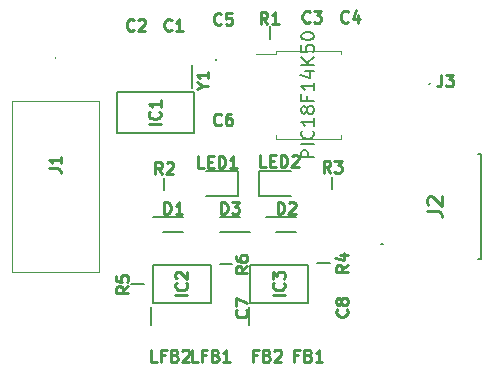
<source format=gbr>
%TF.GenerationSoftware,KiCad,Pcbnew,(5.1.12-1-g0a0a2da680)-1*%
%TF.CreationDate,2022-10-27T20:06:52+02:00*%
%TF.ProjectId,ThermoDeviceLogger,54686572-6d6f-4446-9576-6963654c6f67,rev?*%
%TF.SameCoordinates,Original*%
%TF.FileFunction,Legend,Top*%
%TF.FilePolarity,Positive*%
%FSLAX46Y46*%
G04 Gerber Fmt 4.6, Leading zero omitted, Abs format (unit mm)*
G04 Created by KiCad (PCBNEW (5.1.12-1-g0a0a2da680)-1) date 2022-10-27 20:06:52*
%MOMM*%
%LPD*%
G01*
G04 APERTURE LIST*
%ADD10C,0.200000*%
%ADD11C,0.100000*%
%ADD12C,0.120000*%
%ADD13C,0.254000*%
%ADD14C,0.250000*%
%ADD15C,0.150000*%
G04 APERTURE END LIST*
D10*
%TO.C,J2*%
X124850000Y-64730000D02*
X124600000Y-64730000D01*
X124850000Y-73670000D02*
X124850000Y-64730000D01*
X124600000Y-73670000D02*
X124850000Y-73670000D01*
X116400000Y-72400000D02*
X116400000Y-72400000D01*
X116500000Y-72400000D02*
X116500000Y-72400000D01*
X116400000Y-72400000D02*
X116400000Y-72400000D01*
X116500000Y-72400000D02*
G75*
G02*
X116400000Y-72400000I-50000J0D01*
G01*
X116400000Y-72400000D02*
G75*
G02*
X116500000Y-72400000I50000J0D01*
G01*
X116500000Y-72400000D02*
G75*
G02*
X116400000Y-72400000I-50000J0D01*
G01*
%TO.C,D1*%
X97050000Y-70100000D02*
X99600000Y-70100000D01*
X97900000Y-71400000D02*
X99600000Y-71400000D01*
%TO.C,D2*%
X106638000Y-70100000D02*
X109188000Y-70100000D01*
X107488000Y-71400000D02*
X109188000Y-71400000D01*
%TO.C,D3*%
X105244000Y-71400000D02*
X102694000Y-71400000D01*
X104394000Y-70100000D02*
X102694000Y-70100000D01*
%TO.C,IC1*%
X100500000Y-59525000D02*
X100500000Y-62975000D01*
X100500000Y-62975000D02*
X94000000Y-62975000D01*
X94000000Y-62975000D02*
X94000000Y-59525000D01*
X94000000Y-59525000D02*
X100500000Y-59525000D01*
X100350000Y-57225000D02*
X100350000Y-59175000D01*
%TO.C,IC2*%
X97050000Y-77350000D02*
X97050000Y-74150000D01*
X97050000Y-74150000D02*
X101950000Y-74150000D01*
X101950000Y-74150000D02*
X101950000Y-77350000D01*
X101950000Y-77350000D02*
X97050000Y-77350000D01*
X96920000Y-79225000D02*
X96920000Y-77700000D01*
%TO.C,IC3*%
X105300000Y-77350000D02*
X105300000Y-74150000D01*
X105300000Y-74150000D02*
X110200000Y-74150000D01*
X110200000Y-74150000D02*
X110200000Y-77350000D01*
X110200000Y-77350000D02*
X105300000Y-77350000D01*
X105170000Y-79225000D02*
X105170000Y-77700000D01*
%TO.C,J3*%
X120490000Y-58821000D02*
G75*
G03*
X120490000Y-58821000I-63000J0D01*
G01*
D11*
%TO.C,J1*%
X92450000Y-60250000D02*
X92450000Y-74750000D01*
X92450000Y-74750000D02*
X85150000Y-74750000D01*
X85150000Y-74750000D02*
X85150000Y-60250000D01*
X85150000Y-60250000D02*
X92450000Y-60250000D01*
X88750000Y-56550000D02*
X88750000Y-56550000D01*
X88750000Y-56650000D02*
X88750000Y-56650000D01*
X88750000Y-56550000D02*
X88750000Y-56550000D01*
X88750000Y-56650000D02*
G75*
G02*
X88750000Y-56550000I0J50000D01*
G01*
X88750000Y-56550000D02*
G75*
G02*
X88750000Y-56650000I0J-50000D01*
G01*
X88750000Y-56650000D02*
G75*
G02*
X88750000Y-56550000I0J50000D01*
G01*
D10*
%TO.C,LED1*%
X101550000Y-68340000D02*
X104250000Y-68340000D01*
X104250000Y-68340000D02*
X104250000Y-66240000D01*
X104250000Y-66240000D02*
X101550000Y-66240000D01*
%TO.C,LED2*%
X108700000Y-66200000D02*
X106000000Y-66200000D01*
X106000000Y-66200000D02*
X106000000Y-68300000D01*
X106000000Y-68300000D02*
X108700000Y-68300000D01*
%TO.C,R1*%
X106950000Y-55025000D02*
X106950000Y-53975000D01*
%TO.C,R2*%
X98000000Y-67815000D02*
X98000000Y-66765000D01*
%TO.C,R3*%
X112250000Y-67775000D02*
X112250000Y-66725000D01*
%TO.C,R4*%
X110975000Y-74000000D02*
X112025000Y-74000000D01*
%TO.C,R5*%
X95225000Y-75750000D02*
X96275000Y-75750000D01*
%TO.C,R6*%
X102725000Y-74050000D02*
X103775000Y-74050000D01*
D11*
%TO.C,Y1*%
X102350000Y-56850000D02*
X102350000Y-56850000D01*
X102350000Y-56750000D02*
X102350000Y-56750000D01*
X102350000Y-56850000D02*
G75*
G02*
X102350000Y-56750000I0J50000D01*
G01*
X102350000Y-56750000D02*
G75*
G02*
X102350000Y-56850000I0J-50000D01*
G01*
D12*
%TO.C,U1*%
X110250000Y-63460000D02*
X113010000Y-63460000D01*
X113010000Y-63460000D02*
X113010000Y-63185000D01*
X110250000Y-63460000D02*
X107490000Y-63460000D01*
X107490000Y-63460000D02*
X107490000Y-63185000D01*
X110250000Y-56040000D02*
X113010000Y-56040000D01*
X113010000Y-56040000D02*
X113010000Y-56315000D01*
X110250000Y-56040000D02*
X107490000Y-56040000D01*
X107490000Y-56040000D02*
X107490000Y-56315000D01*
X107490000Y-56315000D02*
X105800000Y-56315000D01*
%TO.C,J2*%
D13*
X120254523Y-69623333D02*
X121161666Y-69623333D01*
X121343095Y-69683809D01*
X121464047Y-69804761D01*
X121524523Y-69986190D01*
X121524523Y-70107142D01*
X120375476Y-69079047D02*
X120315000Y-69018571D01*
X120254523Y-68897619D01*
X120254523Y-68595238D01*
X120315000Y-68474285D01*
X120375476Y-68413809D01*
X120496428Y-68353333D01*
X120617380Y-68353333D01*
X120798809Y-68413809D01*
X121524523Y-69139523D01*
X121524523Y-68353333D01*
%TO.C,C1*%
D14*
X98633333Y-54257142D02*
X98585714Y-54304761D01*
X98442857Y-54352380D01*
X98347619Y-54352380D01*
X98204761Y-54304761D01*
X98109523Y-54209523D01*
X98061904Y-54114285D01*
X98014285Y-53923809D01*
X98014285Y-53780952D01*
X98061904Y-53590476D01*
X98109523Y-53495238D01*
X98204761Y-53400000D01*
X98347619Y-53352380D01*
X98442857Y-53352380D01*
X98585714Y-53400000D01*
X98633333Y-53447619D01*
X99585714Y-54352380D02*
X99014285Y-54352380D01*
X99300000Y-54352380D02*
X99300000Y-53352380D01*
X99204761Y-53495238D01*
X99109523Y-53590476D01*
X99014285Y-53638095D01*
D13*
%TO.C,C2*%
D14*
X95433333Y-54257142D02*
X95385714Y-54304761D01*
X95242857Y-54352380D01*
X95147619Y-54352380D01*
X95004761Y-54304761D01*
X94909523Y-54209523D01*
X94861904Y-54114285D01*
X94814285Y-53923809D01*
X94814285Y-53780952D01*
X94861904Y-53590476D01*
X94909523Y-53495238D01*
X95004761Y-53400000D01*
X95147619Y-53352380D01*
X95242857Y-53352380D01*
X95385714Y-53400000D01*
X95433333Y-53447619D01*
X95814285Y-53447619D02*
X95861904Y-53400000D01*
X95957142Y-53352380D01*
X96195238Y-53352380D01*
X96290476Y-53400000D01*
X96338095Y-53447619D01*
X96385714Y-53542857D01*
X96385714Y-53638095D01*
X96338095Y-53780952D01*
X95766666Y-54352380D01*
X96385714Y-54352380D01*
D13*
%TO.C,C3*%
D14*
X110333333Y-53557142D02*
X110285714Y-53604761D01*
X110142857Y-53652380D01*
X110047619Y-53652380D01*
X109904761Y-53604761D01*
X109809523Y-53509523D01*
X109761904Y-53414285D01*
X109714285Y-53223809D01*
X109714285Y-53080952D01*
X109761904Y-52890476D01*
X109809523Y-52795238D01*
X109904761Y-52700000D01*
X110047619Y-52652380D01*
X110142857Y-52652380D01*
X110285714Y-52700000D01*
X110333333Y-52747619D01*
X110666666Y-52652380D02*
X111285714Y-52652380D01*
X110952380Y-53033333D01*
X111095238Y-53033333D01*
X111190476Y-53080952D01*
X111238095Y-53128571D01*
X111285714Y-53223809D01*
X111285714Y-53461904D01*
X111238095Y-53557142D01*
X111190476Y-53604761D01*
X111095238Y-53652380D01*
X110809523Y-53652380D01*
X110714285Y-53604761D01*
X110666666Y-53557142D01*
D13*
%TO.C,C4*%
D14*
X113583333Y-53557142D02*
X113535714Y-53604761D01*
X113392857Y-53652380D01*
X113297619Y-53652380D01*
X113154761Y-53604761D01*
X113059523Y-53509523D01*
X113011904Y-53414285D01*
X112964285Y-53223809D01*
X112964285Y-53080952D01*
X113011904Y-52890476D01*
X113059523Y-52795238D01*
X113154761Y-52700000D01*
X113297619Y-52652380D01*
X113392857Y-52652380D01*
X113535714Y-52700000D01*
X113583333Y-52747619D01*
X114440476Y-52985714D02*
X114440476Y-53652380D01*
X114202380Y-52604761D02*
X113964285Y-53319047D01*
X114583333Y-53319047D01*
D13*
%TO.C,C5*%
D14*
X102833333Y-53757142D02*
X102785714Y-53804761D01*
X102642857Y-53852380D01*
X102547619Y-53852380D01*
X102404761Y-53804761D01*
X102309523Y-53709523D01*
X102261904Y-53614285D01*
X102214285Y-53423809D01*
X102214285Y-53280952D01*
X102261904Y-53090476D01*
X102309523Y-52995238D01*
X102404761Y-52900000D01*
X102547619Y-52852380D01*
X102642857Y-52852380D01*
X102785714Y-52900000D01*
X102833333Y-52947619D01*
X103738095Y-52852380D02*
X103261904Y-52852380D01*
X103214285Y-53328571D01*
X103261904Y-53280952D01*
X103357142Y-53233333D01*
X103595238Y-53233333D01*
X103690476Y-53280952D01*
X103738095Y-53328571D01*
X103785714Y-53423809D01*
X103785714Y-53661904D01*
X103738095Y-53757142D01*
X103690476Y-53804761D01*
X103595238Y-53852380D01*
X103357142Y-53852380D01*
X103261904Y-53804761D01*
X103214285Y-53757142D01*
D13*
%TO.C,C6*%
D14*
X102833333Y-62257142D02*
X102785714Y-62304761D01*
X102642857Y-62352380D01*
X102547619Y-62352380D01*
X102404761Y-62304761D01*
X102309523Y-62209523D01*
X102261904Y-62114285D01*
X102214285Y-61923809D01*
X102214285Y-61780952D01*
X102261904Y-61590476D01*
X102309523Y-61495238D01*
X102404761Y-61400000D01*
X102547619Y-61352380D01*
X102642857Y-61352380D01*
X102785714Y-61400000D01*
X102833333Y-61447619D01*
X103690476Y-61352380D02*
X103500000Y-61352380D01*
X103404761Y-61400000D01*
X103357142Y-61447619D01*
X103261904Y-61590476D01*
X103214285Y-61780952D01*
X103214285Y-62161904D01*
X103261904Y-62257142D01*
X103309523Y-62304761D01*
X103404761Y-62352380D01*
X103595238Y-62352380D01*
X103690476Y-62304761D01*
X103738095Y-62257142D01*
X103785714Y-62161904D01*
X103785714Y-61923809D01*
X103738095Y-61828571D01*
X103690476Y-61780952D01*
X103595238Y-61733333D01*
X103404761Y-61733333D01*
X103309523Y-61780952D01*
X103261904Y-61828571D01*
X103214285Y-61923809D01*
D13*
%TO.C,C7*%
D14*
X104957142Y-77966666D02*
X105004761Y-78014285D01*
X105052380Y-78157142D01*
X105052380Y-78252380D01*
X105004761Y-78395238D01*
X104909523Y-78490476D01*
X104814285Y-78538095D01*
X104623809Y-78585714D01*
X104480952Y-78585714D01*
X104290476Y-78538095D01*
X104195238Y-78490476D01*
X104100000Y-78395238D01*
X104052380Y-78252380D01*
X104052380Y-78157142D01*
X104100000Y-78014285D01*
X104147619Y-77966666D01*
X104052380Y-77633333D02*
X104052380Y-76966666D01*
X105052380Y-77395238D01*
D13*
%TO.C,C8*%
D14*
X113457142Y-77916666D02*
X113504761Y-77964285D01*
X113552380Y-78107142D01*
X113552380Y-78202380D01*
X113504761Y-78345238D01*
X113409523Y-78440476D01*
X113314285Y-78488095D01*
X113123809Y-78535714D01*
X112980952Y-78535714D01*
X112790476Y-78488095D01*
X112695238Y-78440476D01*
X112600000Y-78345238D01*
X112552380Y-78202380D01*
X112552380Y-78107142D01*
X112600000Y-77964285D01*
X112647619Y-77916666D01*
X112980952Y-77345238D02*
X112933333Y-77440476D01*
X112885714Y-77488095D01*
X112790476Y-77535714D01*
X112742857Y-77535714D01*
X112647619Y-77488095D01*
X112600000Y-77440476D01*
X112552380Y-77345238D01*
X112552380Y-77154761D01*
X112600000Y-77059523D01*
X112647619Y-77011904D01*
X112742857Y-76964285D01*
X112790476Y-76964285D01*
X112885714Y-77011904D01*
X112933333Y-77059523D01*
X112980952Y-77154761D01*
X112980952Y-77345238D01*
X113028571Y-77440476D01*
X113076190Y-77488095D01*
X113171428Y-77535714D01*
X113361904Y-77535714D01*
X113457142Y-77488095D01*
X113504761Y-77440476D01*
X113552380Y-77345238D01*
X113552380Y-77154761D01*
X113504761Y-77059523D01*
X113457142Y-77011904D01*
X113361904Y-76964285D01*
X113171428Y-76964285D01*
X113076190Y-77011904D01*
X113028571Y-77059523D01*
X112980952Y-77154761D01*
D13*
%TO.C,D1*%
D14*
X98011904Y-69852380D02*
X98011904Y-68852380D01*
X98250000Y-68852380D01*
X98392857Y-68900000D01*
X98488095Y-68995238D01*
X98535714Y-69090476D01*
X98583333Y-69280952D01*
X98583333Y-69423809D01*
X98535714Y-69614285D01*
X98488095Y-69709523D01*
X98392857Y-69804761D01*
X98250000Y-69852380D01*
X98011904Y-69852380D01*
X99535714Y-69852380D02*
X98964285Y-69852380D01*
X99250000Y-69852380D02*
X99250000Y-68852380D01*
X99154761Y-68995238D01*
X99059523Y-69090476D01*
X98964285Y-69138095D01*
D13*
%TO.C,D2*%
D14*
X107599904Y-69852380D02*
X107599904Y-68852380D01*
X107838000Y-68852380D01*
X107980857Y-68900000D01*
X108076095Y-68995238D01*
X108123714Y-69090476D01*
X108171333Y-69280952D01*
X108171333Y-69423809D01*
X108123714Y-69614285D01*
X108076095Y-69709523D01*
X107980857Y-69804761D01*
X107838000Y-69852380D01*
X107599904Y-69852380D01*
X108552285Y-68947619D02*
X108599904Y-68900000D01*
X108695142Y-68852380D01*
X108933238Y-68852380D01*
X109028476Y-68900000D01*
X109076095Y-68947619D01*
X109123714Y-69042857D01*
X109123714Y-69138095D01*
X109076095Y-69280952D01*
X108504666Y-69852380D01*
X109123714Y-69852380D01*
D13*
%TO.C,D3*%
D14*
X102805904Y-69852380D02*
X102805904Y-68852380D01*
X103044000Y-68852380D01*
X103186857Y-68900000D01*
X103282095Y-68995238D01*
X103329714Y-69090476D01*
X103377333Y-69280952D01*
X103377333Y-69423809D01*
X103329714Y-69614285D01*
X103282095Y-69709523D01*
X103186857Y-69804761D01*
X103044000Y-69852380D01*
X102805904Y-69852380D01*
X103710666Y-68852380D02*
X104329714Y-68852380D01*
X103996380Y-69233333D01*
X104139238Y-69233333D01*
X104234476Y-69280952D01*
X104282095Y-69328571D01*
X104329714Y-69423809D01*
X104329714Y-69661904D01*
X104282095Y-69757142D01*
X104234476Y-69804761D01*
X104139238Y-69852380D01*
X103853523Y-69852380D01*
X103758285Y-69804761D01*
X103710666Y-69757142D01*
D13*
%TO.C,FB1*%
D14*
X109356666Y-81828571D02*
X109023333Y-81828571D01*
X109023333Y-82352380D02*
X109023333Y-81352380D01*
X109499523Y-81352380D01*
X110213809Y-81828571D02*
X110356666Y-81876190D01*
X110404285Y-81923809D01*
X110451904Y-82019047D01*
X110451904Y-82161904D01*
X110404285Y-82257142D01*
X110356666Y-82304761D01*
X110261428Y-82352380D01*
X109880476Y-82352380D01*
X109880476Y-81352380D01*
X110213809Y-81352380D01*
X110309047Y-81400000D01*
X110356666Y-81447619D01*
X110404285Y-81542857D01*
X110404285Y-81638095D01*
X110356666Y-81733333D01*
X110309047Y-81780952D01*
X110213809Y-81828571D01*
X109880476Y-81828571D01*
X111404285Y-82352380D02*
X110832857Y-82352380D01*
X111118571Y-82352380D02*
X111118571Y-81352380D01*
X111023333Y-81495238D01*
X110928095Y-81590476D01*
X110832857Y-81638095D01*
D13*
%TO.C,FB2*%
D14*
X105866666Y-81828571D02*
X105533333Y-81828571D01*
X105533333Y-82352380D02*
X105533333Y-81352380D01*
X106009523Y-81352380D01*
X106723809Y-81828571D02*
X106866666Y-81876190D01*
X106914285Y-81923809D01*
X106961904Y-82019047D01*
X106961904Y-82161904D01*
X106914285Y-82257142D01*
X106866666Y-82304761D01*
X106771428Y-82352380D01*
X106390476Y-82352380D01*
X106390476Y-81352380D01*
X106723809Y-81352380D01*
X106819047Y-81400000D01*
X106866666Y-81447619D01*
X106914285Y-81542857D01*
X106914285Y-81638095D01*
X106866666Y-81733333D01*
X106819047Y-81780952D01*
X106723809Y-81828571D01*
X106390476Y-81828571D01*
X107342857Y-81447619D02*
X107390476Y-81400000D01*
X107485714Y-81352380D01*
X107723809Y-81352380D01*
X107819047Y-81400000D01*
X107866666Y-81447619D01*
X107914285Y-81542857D01*
X107914285Y-81638095D01*
X107866666Y-81780952D01*
X107295238Y-82352380D01*
X107914285Y-82352380D01*
D13*
%TO.C,IC1*%
D14*
X97702380Y-62226190D02*
X96702380Y-62226190D01*
X97607142Y-61178571D02*
X97654761Y-61226190D01*
X97702380Y-61369047D01*
X97702380Y-61464285D01*
X97654761Y-61607142D01*
X97559523Y-61702380D01*
X97464285Y-61750000D01*
X97273809Y-61797619D01*
X97130952Y-61797619D01*
X96940476Y-61750000D01*
X96845238Y-61702380D01*
X96750000Y-61607142D01*
X96702380Y-61464285D01*
X96702380Y-61369047D01*
X96750000Y-61226190D01*
X96797619Y-61178571D01*
X97702380Y-60226190D02*
X97702380Y-60797619D01*
X97702380Y-60511904D02*
X96702380Y-60511904D01*
X96845238Y-60607142D01*
X96940476Y-60702380D01*
X96988095Y-60797619D01*
D13*
%TO.C,IC2*%
D14*
X99952380Y-76726190D02*
X98952380Y-76726190D01*
X99857142Y-75678571D02*
X99904761Y-75726190D01*
X99952380Y-75869047D01*
X99952380Y-75964285D01*
X99904761Y-76107142D01*
X99809523Y-76202380D01*
X99714285Y-76250000D01*
X99523809Y-76297619D01*
X99380952Y-76297619D01*
X99190476Y-76250000D01*
X99095238Y-76202380D01*
X99000000Y-76107142D01*
X98952380Y-75964285D01*
X98952380Y-75869047D01*
X99000000Y-75726190D01*
X99047619Y-75678571D01*
X99047619Y-75297619D02*
X99000000Y-75250000D01*
X98952380Y-75154761D01*
X98952380Y-74916666D01*
X99000000Y-74821428D01*
X99047619Y-74773809D01*
X99142857Y-74726190D01*
X99238095Y-74726190D01*
X99380952Y-74773809D01*
X99952380Y-75345238D01*
X99952380Y-74726190D01*
D13*
%TO.C,IC3*%
D14*
X108202380Y-76726190D02*
X107202380Y-76726190D01*
X108107142Y-75678571D02*
X108154761Y-75726190D01*
X108202380Y-75869047D01*
X108202380Y-75964285D01*
X108154761Y-76107142D01*
X108059523Y-76202380D01*
X107964285Y-76250000D01*
X107773809Y-76297619D01*
X107630952Y-76297619D01*
X107440476Y-76250000D01*
X107345238Y-76202380D01*
X107250000Y-76107142D01*
X107202380Y-75964285D01*
X107202380Y-75869047D01*
X107250000Y-75726190D01*
X107297619Y-75678571D01*
X107202380Y-75345238D02*
X107202380Y-74726190D01*
X107583333Y-75059523D01*
X107583333Y-74916666D01*
X107630952Y-74821428D01*
X107678571Y-74773809D01*
X107773809Y-74726190D01*
X108011904Y-74726190D01*
X108107142Y-74773809D01*
X108154761Y-74821428D01*
X108202380Y-74916666D01*
X108202380Y-75202380D01*
X108154761Y-75297619D01*
X108107142Y-75345238D01*
D13*
%TO.C,J3*%
D14*
X121466666Y-58052380D02*
X121466666Y-58766666D01*
X121419047Y-58909523D01*
X121323809Y-59004761D01*
X121180952Y-59052380D01*
X121085714Y-59052380D01*
X121847619Y-58052380D02*
X122466666Y-58052380D01*
X122133333Y-58433333D01*
X122276190Y-58433333D01*
X122371428Y-58480952D01*
X122419047Y-58528571D01*
X122466666Y-58623809D01*
X122466666Y-58861904D01*
X122419047Y-58957142D01*
X122371428Y-59004761D01*
X122276190Y-59052380D01*
X121990476Y-59052380D01*
X121895238Y-59004761D01*
X121847619Y-58957142D01*
D13*
%TO.C,J1*%
D14*
X88252380Y-65983333D02*
X88966666Y-65983333D01*
X89109523Y-66030952D01*
X89204761Y-66126190D01*
X89252380Y-66269047D01*
X89252380Y-66364285D01*
X89252380Y-64983333D02*
X89252380Y-65554761D01*
X89252380Y-65269047D02*
X88252380Y-65269047D01*
X88395238Y-65364285D01*
X88490476Y-65459523D01*
X88538095Y-65554761D01*
D13*
%TO.C,LED1*%
D14*
X101380952Y-65952380D02*
X100904761Y-65952380D01*
X100904761Y-64952380D01*
X101714285Y-65428571D02*
X102047619Y-65428571D01*
X102190476Y-65952380D02*
X101714285Y-65952380D01*
X101714285Y-64952380D01*
X102190476Y-64952380D01*
X102619047Y-65952380D02*
X102619047Y-64952380D01*
X102857142Y-64952380D01*
X103000000Y-65000000D01*
X103095238Y-65095238D01*
X103142857Y-65190476D01*
X103190476Y-65380952D01*
X103190476Y-65523809D01*
X103142857Y-65714285D01*
X103095238Y-65809523D01*
X103000000Y-65904761D01*
X102857142Y-65952380D01*
X102619047Y-65952380D01*
X104142857Y-65952380D02*
X103571428Y-65952380D01*
X103857142Y-65952380D02*
X103857142Y-64952380D01*
X103761904Y-65095238D01*
X103666666Y-65190476D01*
X103571428Y-65238095D01*
D13*
%TO.C,LED2*%
D14*
X106630952Y-65852380D02*
X106154761Y-65852380D01*
X106154761Y-64852380D01*
X106964285Y-65328571D02*
X107297619Y-65328571D01*
X107440476Y-65852380D02*
X106964285Y-65852380D01*
X106964285Y-64852380D01*
X107440476Y-64852380D01*
X107869047Y-65852380D02*
X107869047Y-64852380D01*
X108107142Y-64852380D01*
X108250000Y-64900000D01*
X108345238Y-64995238D01*
X108392857Y-65090476D01*
X108440476Y-65280952D01*
X108440476Y-65423809D01*
X108392857Y-65614285D01*
X108345238Y-65709523D01*
X108250000Y-65804761D01*
X108107142Y-65852380D01*
X107869047Y-65852380D01*
X108821428Y-64947619D02*
X108869047Y-64900000D01*
X108964285Y-64852380D01*
X109202380Y-64852380D01*
X109297619Y-64900000D01*
X109345238Y-64947619D01*
X109392857Y-65042857D01*
X109392857Y-65138095D01*
X109345238Y-65280952D01*
X108773809Y-65852380D01*
X109392857Y-65852380D01*
D13*
%TO.C,LFB1*%
D14*
X100844761Y-82352380D02*
X100368571Y-82352380D01*
X100368571Y-81352380D01*
X101511428Y-81828571D02*
X101178095Y-81828571D01*
X101178095Y-82352380D02*
X101178095Y-81352380D01*
X101654285Y-81352380D01*
X102368571Y-81828571D02*
X102511428Y-81876190D01*
X102559047Y-81923809D01*
X102606666Y-82019047D01*
X102606666Y-82161904D01*
X102559047Y-82257142D01*
X102511428Y-82304761D01*
X102416190Y-82352380D01*
X102035238Y-82352380D01*
X102035238Y-81352380D01*
X102368571Y-81352380D01*
X102463809Y-81400000D01*
X102511428Y-81447619D01*
X102559047Y-81542857D01*
X102559047Y-81638095D01*
X102511428Y-81733333D01*
X102463809Y-81780952D01*
X102368571Y-81828571D01*
X102035238Y-81828571D01*
X103559047Y-82352380D02*
X102987619Y-82352380D01*
X103273333Y-82352380D02*
X103273333Y-81352380D01*
X103178095Y-81495238D01*
X103082857Y-81590476D01*
X102987619Y-81638095D01*
D13*
%TO.C,LFB2*%
D14*
X97404761Y-82352380D02*
X96928571Y-82352380D01*
X96928571Y-81352380D01*
X98071428Y-81828571D02*
X97738095Y-81828571D01*
X97738095Y-82352380D02*
X97738095Y-81352380D01*
X98214285Y-81352380D01*
X98928571Y-81828571D02*
X99071428Y-81876190D01*
X99119047Y-81923809D01*
X99166666Y-82019047D01*
X99166666Y-82161904D01*
X99119047Y-82257142D01*
X99071428Y-82304761D01*
X98976190Y-82352380D01*
X98595238Y-82352380D01*
X98595238Y-81352380D01*
X98928571Y-81352380D01*
X99023809Y-81400000D01*
X99071428Y-81447619D01*
X99119047Y-81542857D01*
X99119047Y-81638095D01*
X99071428Y-81733333D01*
X99023809Y-81780952D01*
X98928571Y-81828571D01*
X98595238Y-81828571D01*
X99547619Y-81447619D02*
X99595238Y-81400000D01*
X99690476Y-81352380D01*
X99928571Y-81352380D01*
X100023809Y-81400000D01*
X100071428Y-81447619D01*
X100119047Y-81542857D01*
X100119047Y-81638095D01*
X100071428Y-81780952D01*
X99500000Y-82352380D01*
X100119047Y-82352380D01*
D13*
%TO.C,R1*%
D14*
X106733333Y-53752380D02*
X106400000Y-53276190D01*
X106161904Y-53752380D02*
X106161904Y-52752380D01*
X106542857Y-52752380D01*
X106638095Y-52800000D01*
X106685714Y-52847619D01*
X106733333Y-52942857D01*
X106733333Y-53085714D01*
X106685714Y-53180952D01*
X106638095Y-53228571D01*
X106542857Y-53276190D01*
X106161904Y-53276190D01*
X107685714Y-53752380D02*
X107114285Y-53752380D01*
X107400000Y-53752380D02*
X107400000Y-52752380D01*
X107304761Y-52895238D01*
X107209523Y-52990476D01*
X107114285Y-53038095D01*
D13*
%TO.C,R2*%
D14*
X97833333Y-66452380D02*
X97500000Y-65976190D01*
X97261904Y-66452380D02*
X97261904Y-65452380D01*
X97642857Y-65452380D01*
X97738095Y-65500000D01*
X97785714Y-65547619D01*
X97833333Y-65642857D01*
X97833333Y-65785714D01*
X97785714Y-65880952D01*
X97738095Y-65928571D01*
X97642857Y-65976190D01*
X97261904Y-65976190D01*
X98214285Y-65547619D02*
X98261904Y-65500000D01*
X98357142Y-65452380D01*
X98595238Y-65452380D01*
X98690476Y-65500000D01*
X98738095Y-65547619D01*
X98785714Y-65642857D01*
X98785714Y-65738095D01*
X98738095Y-65880952D01*
X98166666Y-66452380D01*
X98785714Y-66452380D01*
D13*
%TO.C,R3*%
D14*
X112083333Y-66352380D02*
X111750000Y-65876190D01*
X111511904Y-66352380D02*
X111511904Y-65352380D01*
X111892857Y-65352380D01*
X111988095Y-65400000D01*
X112035714Y-65447619D01*
X112083333Y-65542857D01*
X112083333Y-65685714D01*
X112035714Y-65780952D01*
X111988095Y-65828571D01*
X111892857Y-65876190D01*
X111511904Y-65876190D01*
X112416666Y-65352380D02*
X113035714Y-65352380D01*
X112702380Y-65733333D01*
X112845238Y-65733333D01*
X112940476Y-65780952D01*
X112988095Y-65828571D01*
X113035714Y-65923809D01*
X113035714Y-66161904D01*
X112988095Y-66257142D01*
X112940476Y-66304761D01*
X112845238Y-66352380D01*
X112559523Y-66352380D01*
X112464285Y-66304761D01*
X112416666Y-66257142D01*
D13*
%TO.C,R4*%
D14*
X113552380Y-74166666D02*
X113076190Y-74500000D01*
X113552380Y-74738095D02*
X112552380Y-74738095D01*
X112552380Y-74357142D01*
X112600000Y-74261904D01*
X112647619Y-74214285D01*
X112742857Y-74166666D01*
X112885714Y-74166666D01*
X112980952Y-74214285D01*
X113028571Y-74261904D01*
X113076190Y-74357142D01*
X113076190Y-74738095D01*
X112885714Y-73309523D02*
X113552380Y-73309523D01*
X112504761Y-73547619D02*
X113219047Y-73785714D01*
X113219047Y-73166666D01*
D13*
%TO.C,R5*%
D14*
X94952380Y-75966666D02*
X94476190Y-76300000D01*
X94952380Y-76538095D02*
X93952380Y-76538095D01*
X93952380Y-76157142D01*
X94000000Y-76061904D01*
X94047619Y-76014285D01*
X94142857Y-75966666D01*
X94285714Y-75966666D01*
X94380952Y-76014285D01*
X94428571Y-76061904D01*
X94476190Y-76157142D01*
X94476190Y-76538095D01*
X93952380Y-75061904D02*
X93952380Y-75538095D01*
X94428571Y-75585714D01*
X94380952Y-75538095D01*
X94333333Y-75442857D01*
X94333333Y-75204761D01*
X94380952Y-75109523D01*
X94428571Y-75061904D01*
X94523809Y-75014285D01*
X94761904Y-75014285D01*
X94857142Y-75061904D01*
X94904761Y-75109523D01*
X94952380Y-75204761D01*
X94952380Y-75442857D01*
X94904761Y-75538095D01*
X94857142Y-75585714D01*
D13*
%TO.C,R6*%
D14*
X105052380Y-74266666D02*
X104576190Y-74600000D01*
X105052380Y-74838095D02*
X104052380Y-74838095D01*
X104052380Y-74457142D01*
X104100000Y-74361904D01*
X104147619Y-74314285D01*
X104242857Y-74266666D01*
X104385714Y-74266666D01*
X104480952Y-74314285D01*
X104528571Y-74361904D01*
X104576190Y-74457142D01*
X104576190Y-74838095D01*
X104052380Y-73409523D02*
X104052380Y-73600000D01*
X104100000Y-73695238D01*
X104147619Y-73742857D01*
X104290476Y-73838095D01*
X104480952Y-73885714D01*
X104861904Y-73885714D01*
X104957142Y-73838095D01*
X105004761Y-73790476D01*
X105052380Y-73695238D01*
X105052380Y-73504761D01*
X105004761Y-73409523D01*
X104957142Y-73361904D01*
X104861904Y-73314285D01*
X104623809Y-73314285D01*
X104528571Y-73361904D01*
X104480952Y-73409523D01*
X104433333Y-73504761D01*
X104433333Y-73695238D01*
X104480952Y-73790476D01*
X104528571Y-73838095D01*
X104623809Y-73885714D01*
D13*
%TO.C,Y1*%
D14*
X101276190Y-58976190D02*
X101752380Y-58976190D01*
X100752380Y-59309523D02*
X101276190Y-58976190D01*
X100752380Y-58642857D01*
X101752380Y-57785714D02*
X101752380Y-58357142D01*
X101752380Y-58071428D02*
X100752380Y-58071428D01*
X100895238Y-58166666D01*
X100990476Y-58261904D01*
X101038095Y-58357142D01*
D13*
%TO.C,U1*%
D15*
X110697619Y-65064285D02*
X109597619Y-65064285D01*
X109597619Y-64645238D01*
X109650000Y-64540476D01*
X109702380Y-64488095D01*
X109807142Y-64435714D01*
X109964285Y-64435714D01*
X110069047Y-64488095D01*
X110121428Y-64540476D01*
X110173809Y-64645238D01*
X110173809Y-65064285D01*
X110697619Y-63964285D02*
X109597619Y-63964285D01*
X110592857Y-62811904D02*
X110645238Y-62864285D01*
X110697619Y-63021428D01*
X110697619Y-63126190D01*
X110645238Y-63283333D01*
X110540476Y-63388095D01*
X110435714Y-63440476D01*
X110226190Y-63492857D01*
X110069047Y-63492857D01*
X109859523Y-63440476D01*
X109754761Y-63388095D01*
X109650000Y-63283333D01*
X109597619Y-63126190D01*
X109597619Y-63021428D01*
X109650000Y-62864285D01*
X109702380Y-62811904D01*
X110697619Y-61764285D02*
X110697619Y-62392857D01*
X110697619Y-62078571D02*
X109597619Y-62078571D01*
X109754761Y-62183333D01*
X109859523Y-62288095D01*
X109911904Y-62392857D01*
X110069047Y-61135714D02*
X110016666Y-61240476D01*
X109964285Y-61292857D01*
X109859523Y-61345238D01*
X109807142Y-61345238D01*
X109702380Y-61292857D01*
X109650000Y-61240476D01*
X109597619Y-61135714D01*
X109597619Y-60926190D01*
X109650000Y-60821428D01*
X109702380Y-60769047D01*
X109807142Y-60716666D01*
X109859523Y-60716666D01*
X109964285Y-60769047D01*
X110016666Y-60821428D01*
X110069047Y-60926190D01*
X110069047Y-61135714D01*
X110121428Y-61240476D01*
X110173809Y-61292857D01*
X110278571Y-61345238D01*
X110488095Y-61345238D01*
X110592857Y-61292857D01*
X110645238Y-61240476D01*
X110697619Y-61135714D01*
X110697619Y-60926190D01*
X110645238Y-60821428D01*
X110592857Y-60769047D01*
X110488095Y-60716666D01*
X110278571Y-60716666D01*
X110173809Y-60769047D01*
X110121428Y-60821428D01*
X110069047Y-60926190D01*
X110121428Y-59878571D02*
X110121428Y-60245238D01*
X110697619Y-60245238D02*
X109597619Y-60245238D01*
X109597619Y-59721428D01*
X110697619Y-58726190D02*
X110697619Y-59354761D01*
X110697619Y-59040476D02*
X109597619Y-59040476D01*
X109754761Y-59145238D01*
X109859523Y-59250000D01*
X109911904Y-59354761D01*
X109964285Y-57783333D02*
X110697619Y-57783333D01*
X109545238Y-58045238D02*
X110330952Y-58307142D01*
X110330952Y-57626190D01*
X110697619Y-57207142D02*
X109597619Y-57207142D01*
X110697619Y-56578571D02*
X110069047Y-57050000D01*
X109597619Y-56578571D02*
X110226190Y-57207142D01*
X109597619Y-55583333D02*
X109597619Y-56107142D01*
X110121428Y-56159523D01*
X110069047Y-56107142D01*
X110016666Y-56002380D01*
X110016666Y-55740476D01*
X110069047Y-55635714D01*
X110121428Y-55583333D01*
X110226190Y-55530952D01*
X110488095Y-55530952D01*
X110592857Y-55583333D01*
X110645238Y-55635714D01*
X110697619Y-55740476D01*
X110697619Y-56002380D01*
X110645238Y-56107142D01*
X110592857Y-56159523D01*
X109597619Y-54850000D02*
X109597619Y-54745238D01*
X109650000Y-54640476D01*
X109702380Y-54588095D01*
X109807142Y-54535714D01*
X110016666Y-54483333D01*
X110278571Y-54483333D01*
X110488095Y-54535714D01*
X110592857Y-54588095D01*
X110645238Y-54640476D01*
X110697619Y-54745238D01*
X110697619Y-54850000D01*
X110645238Y-54954761D01*
X110592857Y-55007142D01*
X110488095Y-55059523D01*
X110278571Y-55111904D01*
X110016666Y-55111904D01*
X109807142Y-55059523D01*
X109702380Y-55007142D01*
X109650000Y-54954761D01*
X109597619Y-54850000D01*
%TD*%
M02*

</source>
